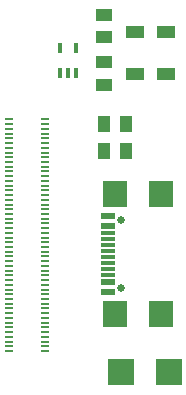
<source format=gbr>
%TF.GenerationSoftware,KiCad,Pcbnew,(6.0.2)*%
%TF.CreationDate,2022-02-22T18:51:34-06:00*%
%TF.ProjectId,rpi-cm4-carrier-template,7270692d-636d-4342-9d63-617272696572,v01*%
%TF.SameCoordinates,Original*%
%TF.FileFunction,Soldermask,Top*%
%TF.FilePolarity,Negative*%
%FSLAX46Y46*%
G04 Gerber Fmt 4.6, Leading zero omitted, Abs format (unit mm)*
G04 Created by KiCad (PCBNEW (6.0.2)) date 2022-02-22 18:51:34*
%MOMM*%
%LPD*%
G01*
G04 APERTURE LIST*
%ADD10R,2.209800X2.260600*%
%ADD11R,0.355600X0.833300*%
%ADD12R,1.380000X1.040000*%
%ADD13R,1.498600X0.990600*%
%ADD14R,1.040000X1.380000*%
%ADD15C,0.650000*%
%ADD16R,1.150000X0.600000*%
%ADD17R,1.150000X0.300000*%
%ADD18R,2.000000X2.180000*%
%ADD19R,0.700000X0.200000*%
G04 APERTURE END LIST*
D10*
%TO.C,CR1*%
X171455300Y-111500000D03*
X175544700Y-111500000D03*
%TD*%
D11*
%TO.C,U1*%
X166350001Y-86138949D03*
X167000000Y-86138949D03*
X167649999Y-86138949D03*
X167649999Y-84061051D03*
X166350001Y-84061051D03*
%TD*%
D12*
%TO.C,R2*%
X170000000Y-85260000D03*
X170000000Y-87140000D03*
%TD*%
D13*
%TO.C,LED1*%
X172700000Y-86254700D03*
X175300000Y-86254700D03*
%TD*%
D12*
%TO.C,R4*%
X170000000Y-81260000D03*
X170000000Y-83140000D03*
%TD*%
D14*
%TO.C,R3*%
X171940000Y-92750000D03*
X170060000Y-92750000D03*
%TD*%
D15*
%TO.C,J1*%
X171437500Y-98610000D03*
X171437500Y-104390000D03*
D16*
X170362500Y-104700000D03*
X170362500Y-103900000D03*
D17*
X170362500Y-102750000D03*
X170362500Y-101750000D03*
X170362500Y-101250000D03*
X170362500Y-100250000D03*
D16*
X170362500Y-98300000D03*
X170362500Y-99100000D03*
D17*
X170362500Y-99750000D03*
X170362500Y-100750000D03*
X170362500Y-102250000D03*
X170362500Y-103250000D03*
D18*
X170937500Y-106610000D03*
X170937500Y-96390000D03*
X174867500Y-106610000D03*
X174867500Y-96390000D03*
%TD*%
D14*
%TO.C,R1*%
X171940000Y-90500000D03*
X170060000Y-90500000D03*
%TD*%
D13*
%TO.C,LED2*%
X172700000Y-82721500D03*
X175300000Y-82721500D03*
%TD*%
D19*
%TO.C,Module1*%
X165040000Y-109700000D03*
X161960000Y-109700000D03*
X165040000Y-109300000D03*
X161960000Y-109300000D03*
X165040000Y-108900000D03*
X161960000Y-108900000D03*
X165040000Y-108500000D03*
X161960000Y-108500000D03*
X165040000Y-108100000D03*
X161960000Y-108100000D03*
X165040000Y-107700000D03*
X161960000Y-107700000D03*
X165040000Y-107300000D03*
X161960000Y-107300000D03*
X165040000Y-106900000D03*
X161960000Y-106900000D03*
X165040000Y-106500000D03*
X161960000Y-106500000D03*
X165040000Y-106100000D03*
X161960000Y-106100000D03*
X165040000Y-105700000D03*
X161960000Y-105700000D03*
X165040000Y-105300000D03*
X161960000Y-105300000D03*
X165040000Y-104900000D03*
X161960000Y-104900000D03*
X165040000Y-104500000D03*
X161960000Y-104500000D03*
X165040000Y-104100000D03*
X161960000Y-104100000D03*
X165040000Y-103700000D03*
X161960000Y-103700000D03*
X165040000Y-103300000D03*
X161960000Y-103300000D03*
X165040000Y-102900000D03*
X161960000Y-102900000D03*
X165040000Y-102500000D03*
X161960000Y-102500000D03*
X165040000Y-102100000D03*
X161960000Y-102100000D03*
X165040000Y-101700000D03*
X161960000Y-101700000D03*
X165040000Y-101300000D03*
X161960000Y-101300000D03*
X165040000Y-100900000D03*
X161960000Y-100900000D03*
X165040000Y-100500000D03*
X161960000Y-100500000D03*
X165040000Y-100100000D03*
X161960000Y-100100000D03*
X165040000Y-99700000D03*
X161960000Y-99700000D03*
X165040000Y-99300000D03*
X161960000Y-99300000D03*
X165040000Y-98900000D03*
X161960000Y-98900000D03*
X165040000Y-98500000D03*
X161960000Y-98500000D03*
X165040000Y-98100000D03*
X161960000Y-98100000D03*
X165040000Y-97700000D03*
X161960000Y-97700000D03*
X165040000Y-97300000D03*
X161960000Y-97300000D03*
X165040000Y-96900000D03*
X161960000Y-96900000D03*
X165040000Y-96500000D03*
X161960000Y-96500000D03*
X165040000Y-96100000D03*
X161960000Y-96100000D03*
X165040000Y-95700000D03*
X161960000Y-95700000D03*
X165040000Y-95300000D03*
X161960000Y-95300000D03*
X165040000Y-94900000D03*
X161960000Y-94900000D03*
X165040000Y-94500000D03*
X161960000Y-94500000D03*
X165040000Y-94100000D03*
X161960000Y-94100000D03*
X165040000Y-93700000D03*
X161960000Y-93700000D03*
X165040000Y-93300000D03*
X161960000Y-93300000D03*
X165040000Y-92900000D03*
X161960000Y-92900000D03*
X165040000Y-92500000D03*
X161960000Y-92500000D03*
X165040000Y-92100000D03*
X161960000Y-92100000D03*
X165040000Y-91700000D03*
X161960000Y-91700000D03*
X165040000Y-91300000D03*
X161960000Y-91300000D03*
X165040000Y-90900000D03*
X161960000Y-90900000D03*
X165040000Y-90500000D03*
X161960000Y-90500000D03*
X165040000Y-90100000D03*
X161960000Y-90100000D03*
%TD*%
M02*

</source>
